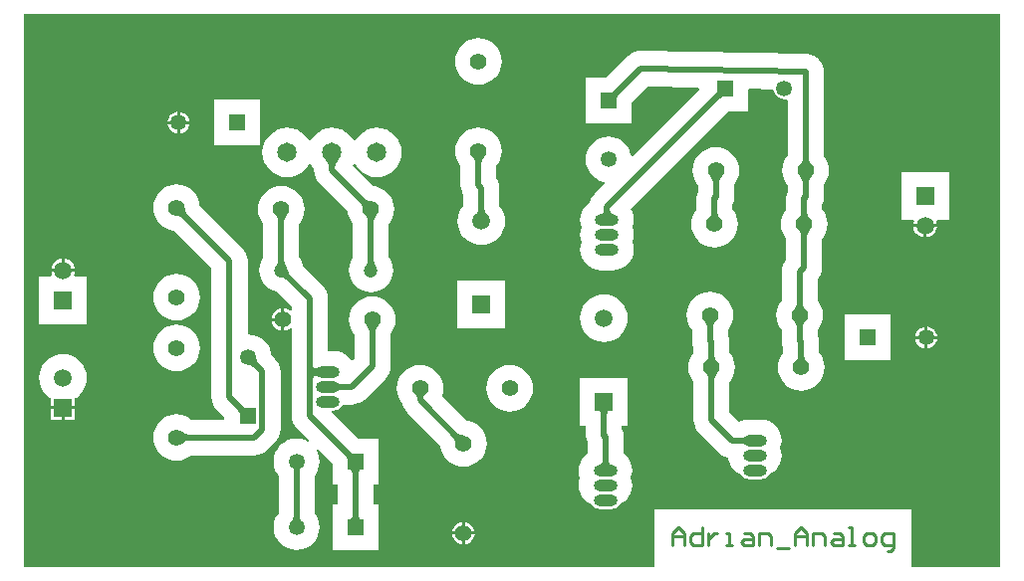
<source format=gtl>
G04 Layer_Physical_Order=1*
G04 Layer_Color=255*
%FSLAX25Y25*%
%MOIN*%
G70*
G01*
G75*
%ADD10C,0.02000*%
%ADD11C,0.01000*%
%ADD12C,0.05512*%
%ADD13O,0.07874X0.03937*%
%ADD14O,0.07874X0.03937*%
%ADD15C,0.05906*%
%ADD16R,0.05906X0.05906*%
%ADD17R,0.05315X0.05315*%
%ADD18C,0.05315*%
%ADD19R,0.05315X0.05315*%
%ADD20C,0.04724*%
%ADD21C,0.06500*%
G36*
X431952Y105547D02*
X402476D01*
Y124998D01*
X316500D01*
Y105547D01*
X105547D01*
Y290952D01*
X431952D01*
Y105547D01*
D02*
G37*
%LPC*%
G36*
X257500Y282793D02*
X255980Y282644D01*
X254518Y282200D01*
X253170Y281480D01*
X251989Y280511D01*
X251020Y279330D01*
X250300Y277982D01*
X249856Y276520D01*
X249707Y275000D01*
X249856Y273480D01*
X250300Y272018D01*
X251020Y270670D01*
X251989Y269489D01*
X253170Y268520D01*
X254518Y267800D01*
X255980Y267356D01*
X257500Y267207D01*
X259020Y267356D01*
X260482Y267800D01*
X261830Y268520D01*
X263011Y269489D01*
X263980Y270670D01*
X264700Y272018D01*
X265144Y273480D01*
X265293Y275000D01*
X265144Y276520D01*
X264700Y277982D01*
X263980Y279330D01*
X263011Y280511D01*
X261830Y281480D01*
X260482Y282200D01*
X259020Y282644D01*
X257500Y282793D01*
D02*
G37*
G36*
X157657Y258123D02*
Y255000D01*
X160781D01*
X160721Y255455D01*
X160352Y256345D01*
X159766Y257109D01*
X159002Y257695D01*
X158112Y258063D01*
X157657Y258123D01*
D02*
G37*
G36*
X156657D02*
X156203Y258063D01*
X155313Y257695D01*
X154549Y257109D01*
X153963Y256345D01*
X153594Y255455D01*
X153534Y255000D01*
X156657D01*
Y258123D01*
D02*
G37*
G36*
X160781Y254000D02*
X157657D01*
Y250877D01*
X158112Y250937D01*
X159002Y251305D01*
X159766Y251891D01*
X160352Y252656D01*
X160721Y253545D01*
X160781Y254000D01*
D02*
G37*
G36*
X156657D02*
X153534D01*
X153594Y253545D01*
X153963Y252656D01*
X154549Y251891D01*
X155313Y251305D01*
X156203Y250937D01*
X156657Y250877D01*
Y254000D01*
D02*
G37*
G36*
X223500Y252790D02*
X221883Y252631D01*
X220328Y252159D01*
X218894Y251393D01*
X217638Y250362D01*
X216607Y249106D01*
X216250Y248437D01*
X215750D01*
X215393Y249106D01*
X214362Y250362D01*
X213106Y251393D01*
X211672Y252159D01*
X210117Y252631D01*
X208500Y252790D01*
X206883Y252631D01*
X205328Y252159D01*
X203894Y251393D01*
X202638Y250362D01*
X201607Y249106D01*
X201250Y248437D01*
X200750D01*
X200393Y249106D01*
X199362Y250362D01*
X198106Y251393D01*
X196672Y252159D01*
X195117Y252631D01*
X193500Y252790D01*
X191883Y252631D01*
X190328Y252159D01*
X188894Y251393D01*
X187638Y250362D01*
X186607Y249106D01*
X185841Y247672D01*
X185369Y246117D01*
X185210Y244500D01*
X185369Y242883D01*
X185841Y241328D01*
X186607Y239894D01*
X187638Y238638D01*
X188894Y237607D01*
X190328Y236841D01*
X191883Y236369D01*
X193500Y236210D01*
X195117Y236369D01*
X196672Y236841D01*
X198106Y237607D01*
X199362Y238638D01*
X200393Y239894D01*
X200750Y240563D01*
X201250D01*
X201607Y239894D01*
X202471Y238842D01*
Y238500D01*
X202587Y237324D01*
X202930Y236193D01*
X203487Y235151D01*
X204237Y234237D01*
X213787Y224687D01*
X213856Y223980D01*
X214300Y222518D01*
X215020Y221170D01*
X215471Y220621D01*
Y209259D01*
X215349Y209110D01*
X214665Y207831D01*
X214244Y206443D01*
X214102Y205000D01*
X214244Y203557D01*
X214665Y202169D01*
X215349Y200890D01*
X216269Y199769D01*
X217390Y198849D01*
X218669Y198165D01*
X220057Y197744D01*
X221500Y197602D01*
X222943Y197744D01*
X224331Y198165D01*
X225610Y198849D01*
X226731Y199769D01*
X227651Y200890D01*
X228335Y202169D01*
X228756Y203557D01*
X228898Y205000D01*
X228756Y206443D01*
X228335Y207831D01*
X227651Y209110D01*
X227529Y209259D01*
Y220621D01*
X227980Y221170D01*
X228700Y222518D01*
X229144Y223980D01*
X229293Y225500D01*
X229144Y227020D01*
X228700Y228482D01*
X227980Y229830D01*
X227011Y231011D01*
X225830Y231980D01*
X224482Y232700D01*
X223020Y233144D01*
X222313Y233213D01*
X215476Y240050D01*
X215750Y240563D01*
X216250D01*
X216607Y239894D01*
X217638Y238638D01*
X218894Y237607D01*
X220328Y236841D01*
X221883Y236369D01*
X223500Y236210D01*
X225117Y236369D01*
X226672Y236841D01*
X228106Y237607D01*
X229362Y238638D01*
X230393Y239894D01*
X231159Y241328D01*
X231631Y242883D01*
X231790Y244500D01*
X231631Y246117D01*
X231159Y247672D01*
X230393Y249106D01*
X229362Y250362D01*
X228106Y251393D01*
X226672Y252159D01*
X225117Y252631D01*
X223500Y252790D01*
D02*
G37*
G36*
X184500Y262158D02*
X169185D01*
Y246843D01*
X184500D01*
Y262158D01*
D02*
G37*
G36*
X414953Y237953D02*
X399047D01*
Y222047D01*
X403028D01*
X403363Y221547D01*
X403149Y221032D01*
X403079Y220500D01*
X407000D01*
Y220000D01*
D01*
Y220500D01*
X410921D01*
X410851Y221032D01*
X410638Y221547D01*
X410972Y222047D01*
X414953D01*
Y237953D01*
D02*
G37*
G36*
X410921Y219500D02*
X407500D01*
Y216079D01*
X408032Y216149D01*
X408993Y216547D01*
X409819Y217181D01*
X410453Y218007D01*
X410851Y218968D01*
X410921Y219500D01*
D02*
G37*
G36*
X406500D02*
X403079D01*
X403149Y218968D01*
X403547Y218007D01*
X404181Y217181D01*
X405007Y216547D01*
X405968Y216149D01*
X406500Y216079D01*
Y219500D01*
D02*
G37*
G36*
X257500Y252793D02*
X255980Y252644D01*
X254518Y252200D01*
X253170Y251480D01*
X251989Y250511D01*
X251020Y249330D01*
X250300Y247982D01*
X249856Y246520D01*
X249707Y245000D01*
X249856Y243480D01*
X250300Y242018D01*
X251020Y240670D01*
X251471Y240121D01*
Y233700D01*
X251587Y232524D01*
X251930Y231393D01*
X252471Y230381D01*
Y226666D01*
X251855Y225916D01*
X251117Y224535D01*
X250662Y223035D01*
X250509Y221476D01*
X250662Y219917D01*
X251117Y218418D01*
X251855Y217037D01*
X252849Y215826D01*
X254060Y214832D01*
X255442Y214093D01*
X256941Y213639D01*
X258500Y213485D01*
X260059Y213639D01*
X261558Y214093D01*
X262940Y214832D01*
X264151Y215826D01*
X265144Y217037D01*
X265883Y218418D01*
X266338Y219917D01*
X266491Y221476D01*
X266338Y223035D01*
X265883Y224535D01*
X265144Y225916D01*
X264529Y226666D01*
Y232700D01*
X264413Y233876D01*
X264070Y235007D01*
X263529Y236019D01*
Y240121D01*
X263980Y240670D01*
X264700Y242018D01*
X265144Y243480D01*
X265293Y245000D01*
X265144Y246520D01*
X264700Y247982D01*
X263980Y249330D01*
X263011Y250511D01*
X261830Y251480D01*
X260482Y252200D01*
X259020Y252644D01*
X257500Y252793D01*
D02*
G37*
G36*
X337000Y246293D02*
X335480Y246144D01*
X334018Y245700D01*
X332670Y244980D01*
X331489Y244011D01*
X330520Y242830D01*
X329800Y241482D01*
X329356Y240020D01*
X329207Y238500D01*
X329356Y236980D01*
X329800Y235518D01*
X330520Y234170D01*
X330971Y233621D01*
Y231584D01*
X330930Y231507D01*
X330587Y230376D01*
X330471Y229200D01*
Y225379D01*
X330020Y224830D01*
X329300Y223482D01*
X328856Y222020D01*
X328707Y220500D01*
X328856Y218980D01*
X329300Y217518D01*
X330020Y216170D01*
X330989Y214989D01*
X332170Y214020D01*
X333518Y213300D01*
X334980Y212856D01*
X336500Y212707D01*
X338020Y212856D01*
X339482Y213300D01*
X340830Y214020D01*
X342011Y214989D01*
X342980Y216170D01*
X343700Y217518D01*
X344144Y218980D01*
X344293Y220500D01*
X344144Y222020D01*
X343700Y223482D01*
X342980Y224830D01*
X342529Y225379D01*
Y227316D01*
X342570Y227393D01*
X342913Y228524D01*
X343029Y229700D01*
X343029Y229700D01*
Y233621D01*
X343480Y234170D01*
X344200Y235518D01*
X344644Y236980D01*
X344793Y238500D01*
X344644Y240020D01*
X344200Y241482D01*
X343480Y242830D01*
X342511Y244011D01*
X341330Y244980D01*
X339982Y245700D01*
X338520Y246144D01*
X337000Y246293D01*
D02*
G37*
G36*
X119000Y208921D02*
Y205500D01*
X122421D01*
X122351Y206032D01*
X121953Y206993D01*
X121319Y207819D01*
X120493Y208453D01*
X119532Y208851D01*
X119000Y208921D01*
D02*
G37*
G36*
X118000D02*
X117468Y208851D01*
X116507Y208453D01*
X115681Y207819D01*
X115047Y206993D01*
X114649Y206032D01*
X114579Y205500D01*
X118000D01*
Y208921D01*
D02*
G37*
G36*
X191500Y233293D02*
X189980Y233144D01*
X188518Y232700D01*
X187170Y231980D01*
X185989Y231011D01*
X185020Y229830D01*
X184300Y228482D01*
X183856Y227020D01*
X183707Y225500D01*
X183856Y223980D01*
X184300Y222518D01*
X185020Y221170D01*
X185471Y220621D01*
Y209259D01*
X185349Y209110D01*
X184665Y207831D01*
X184244Y206443D01*
X184102Y205000D01*
X184244Y203557D01*
X184665Y202169D01*
X185349Y200890D01*
X186269Y199769D01*
X187390Y198849D01*
X188669Y198165D01*
X190057Y197744D01*
X190248Y197725D01*
X194971Y193003D01*
Y191585D01*
X194471Y191338D01*
X193894Y191781D01*
X192981Y192159D01*
X192500Y192222D01*
Y188500D01*
Y184777D01*
X192981Y184841D01*
X193894Y185219D01*
X194471Y185662D01*
X194971Y185415D01*
Y171343D01*
X194967Y171325D01*
X194971Y171270D01*
Y170730D01*
X194967Y170675D01*
X194971Y170657D01*
Y156343D01*
X195087Y155166D01*
X195430Y154035D01*
X195987Y152993D01*
X196737Y152079D01*
X200759Y148057D01*
X200458Y147651D01*
X199602Y148109D01*
X198159Y148547D01*
X196657Y148695D01*
X195156Y148547D01*
X193713Y148109D01*
X192383Y147398D01*
X191217Y146441D01*
X190260Y145275D01*
X189549Y143945D01*
X189111Y142501D01*
X188963Y141000D01*
X189111Y139499D01*
X189549Y138055D01*
X190260Y136725D01*
X190628Y136276D01*
Y123724D01*
X190260Y123275D01*
X189549Y121945D01*
X189111Y120501D01*
X188963Y119000D01*
X189111Y117499D01*
X189549Y116055D01*
X190260Y114725D01*
X191217Y113559D01*
X192383Y112602D01*
X193713Y111891D01*
X195156Y111453D01*
X196657Y111305D01*
X198159Y111453D01*
X199602Y111891D01*
X200932Y112602D01*
X202098Y113559D01*
X203055Y114725D01*
X203766Y116055D01*
X204204Y117499D01*
X204352Y119000D01*
X204204Y120501D01*
X203766Y121945D01*
X203055Y123275D01*
X202686Y123724D01*
Y136276D01*
X203055Y136725D01*
X203766Y138055D01*
X204204Y139499D01*
X204352Y141000D01*
X204204Y142501D01*
X203766Y143945D01*
X203309Y144800D01*
X203715Y145101D01*
X208552Y140265D01*
X208589Y140212D01*
X208685Y140109D01*
Y133343D01*
X210314D01*
Y126657D01*
X208685D01*
Y111343D01*
X224000D01*
Y126657D01*
X222372D01*
Y133343D01*
X224000D01*
Y148658D01*
X217231D01*
X217201Y148687D01*
X217128Y148741D01*
X208325Y157544D01*
X208516Y158006D01*
X208968D01*
X209743Y158108D01*
X210466Y158407D01*
X211086Y158883D01*
X211561Y159503D01*
X211562Y159505D01*
X211648Y159531D01*
X212472Y159971D01*
X215000D01*
X216176Y160087D01*
X217307Y160430D01*
X218350Y160987D01*
X219263Y161737D01*
X226263Y168737D01*
X226263Y168737D01*
X227013Y169650D01*
X227570Y170693D01*
X227913Y171824D01*
X228029Y173000D01*
Y183621D01*
X228480Y184170D01*
X229200Y185518D01*
X229644Y186980D01*
X229793Y188500D01*
X229644Y190020D01*
X229200Y191482D01*
X228480Y192830D01*
X227511Y194011D01*
X226330Y194980D01*
X224982Y195700D01*
X223520Y196144D01*
X222000Y196293D01*
X220480Y196144D01*
X219018Y195700D01*
X217670Y194980D01*
X216489Y194011D01*
X215520Y192830D01*
X214800Y191482D01*
X214356Y190020D01*
X214207Y188500D01*
X214356Y186980D01*
X214800Y185518D01*
X215520Y184170D01*
X215971Y183621D01*
Y175497D01*
X215287Y174813D01*
X215082Y174844D01*
X214730Y174964D01*
X213920Y175951D01*
X212859Y176822D01*
X211648Y177469D01*
X210335Y177868D01*
X208968Y178002D01*
X207029D01*
Y195500D01*
X206913Y196676D01*
X206570Y197807D01*
X206013Y198849D01*
X205263Y199763D01*
X198775Y206252D01*
X198756Y206443D01*
X198335Y207831D01*
X197651Y209110D01*
X197529Y209259D01*
Y220621D01*
X197980Y221170D01*
X198700Y222518D01*
X199144Y223980D01*
X199293Y225500D01*
X199144Y227020D01*
X198700Y228482D01*
X197980Y229830D01*
X197011Y231011D01*
X195830Y231980D01*
X194482Y232700D01*
X193020Y233144D01*
X191500Y233293D01*
D02*
G37*
G36*
Y192222D02*
X191019Y192159D01*
X190106Y191781D01*
X189321Y191179D01*
X188719Y190394D01*
X188341Y189480D01*
X188277Y189000D01*
X191500D01*
Y192222D01*
D02*
G37*
G36*
X156500Y203793D02*
X154980Y203644D01*
X153518Y203200D01*
X152170Y202480D01*
X150989Y201511D01*
X150020Y200330D01*
X149300Y198982D01*
X148856Y197520D01*
X148707Y196000D01*
X148856Y194480D01*
X149300Y193018D01*
X150020Y191670D01*
X150989Y190489D01*
X152170Y189520D01*
X153518Y188800D01*
X154980Y188356D01*
X156500Y188207D01*
X158020Y188356D01*
X159482Y188800D01*
X160830Y189520D01*
X162011Y190489D01*
X162980Y191670D01*
X163700Y193018D01*
X164144Y194480D01*
X164293Y196000D01*
X164144Y197520D01*
X163700Y198982D01*
X162980Y200330D01*
X162011Y201511D01*
X160830Y202480D01*
X159482Y203200D01*
X158020Y203644D01*
X156500Y203793D01*
D02*
G37*
G36*
X122421Y204500D02*
X118500D01*
X114579D01*
X114649Y203968D01*
X114863Y203453D01*
X114528Y202953D01*
X110547D01*
Y187047D01*
X126453D01*
Y202953D01*
X122472D01*
X122137Y203453D01*
X122351Y203968D01*
X122421Y204500D01*
D02*
G37*
G36*
X266453Y201476D02*
X250547D01*
Y185571D01*
X266453D01*
Y201476D01*
D02*
G37*
G36*
X191500Y188000D02*
X188277D01*
X188341Y187520D01*
X188719Y186606D01*
X189321Y185821D01*
X190106Y185219D01*
X191019Y184841D01*
X191500Y184777D01*
Y188000D01*
D02*
G37*
G36*
X407843Y186123D02*
Y183000D01*
X410966D01*
X410906Y183455D01*
X410537Y184344D01*
X409951Y185108D01*
X409187Y185695D01*
X408297Y186063D01*
X407843Y186123D01*
D02*
G37*
G36*
X406843D02*
X406388Y186063D01*
X405498Y185695D01*
X404734Y185108D01*
X404148Y184344D01*
X403779Y183455D01*
X403719Y183000D01*
X406843D01*
Y186123D01*
D02*
G37*
G36*
X299500Y196968D02*
X297941Y196814D01*
X296442Y196359D01*
X295060Y195621D01*
X293849Y194627D01*
X292856Y193416D01*
X292117Y192034D01*
X291662Y190535D01*
X291509Y188976D01*
X291662Y187417D01*
X292117Y185918D01*
X292856Y184537D01*
X293849Y183326D01*
X295060Y182332D01*
X296442Y181594D01*
X297941Y181139D01*
X299500Y180985D01*
X301059Y181139D01*
X302558Y181594D01*
X303940Y182332D01*
X305151Y183326D01*
X306144Y184537D01*
X306883Y185918D01*
X307338Y187417D01*
X307491Y188976D01*
X307338Y190535D01*
X306883Y192034D01*
X306144Y193416D01*
X305151Y194627D01*
X303940Y195621D01*
X302558Y196359D01*
X301059Y196814D01*
X299500Y196968D01*
D02*
G37*
G36*
X410966Y182000D02*
X407843D01*
Y178877D01*
X408297Y178937D01*
X409187Y179305D01*
X409951Y179892D01*
X410537Y180656D01*
X410906Y181545D01*
X410966Y182000D01*
D02*
G37*
G36*
X406843D02*
X403719D01*
X403779Y181545D01*
X404148Y180656D01*
X404734Y179892D01*
X405498Y179305D01*
X406388Y178937D01*
X406843Y178877D01*
Y182000D01*
D02*
G37*
G36*
X395315Y190157D02*
X380000D01*
Y174843D01*
X395315D01*
Y190157D01*
D02*
G37*
G36*
X156500Y186793D02*
X154980Y186644D01*
X153518Y186200D01*
X152170Y185480D01*
X150989Y184511D01*
X150020Y183330D01*
X149300Y181982D01*
X148856Y180520D01*
X148707Y179000D01*
X148856Y177480D01*
X149300Y176018D01*
X150020Y174670D01*
X150989Y173489D01*
X152170Y172520D01*
X153518Y171800D01*
X154980Y171356D01*
X156500Y171207D01*
X158020Y171356D01*
X159482Y171800D01*
X160830Y172520D01*
X162011Y173489D01*
X162980Y174670D01*
X163700Y176018D01*
X164144Y177480D01*
X164293Y179000D01*
X164144Y180520D01*
X163700Y181982D01*
X162980Y183330D01*
X162011Y184511D01*
X160830Y185480D01*
X159482Y186200D01*
X158020Y186644D01*
X156500Y186793D01*
D02*
G37*
G36*
X311757Y278629D02*
X311228Y278577D01*
X310699Y278535D01*
X310641Y278519D01*
X310581Y278513D01*
X310073Y278359D01*
X309561Y278215D01*
X309508Y278188D01*
X309450Y278170D01*
X308982Y277920D01*
X308508Y277679D01*
X308461Y277641D01*
X308408Y277613D01*
X307997Y277276D01*
X307580Y276947D01*
X307541Y276901D01*
X307494Y276863D01*
X300265Y269634D01*
X300212Y269596D01*
X300109Y269500D01*
X293342D01*
Y254185D01*
X308658D01*
Y260954D01*
X308687Y260984D01*
X308741Y261057D01*
X314205Y266521D01*
X331164Y266183D01*
X331351Y265720D01*
X309027Y243396D01*
X308556Y243564D01*
X308547Y243658D01*
X308109Y245102D01*
X307398Y246432D01*
X306441Y247598D01*
X305275Y248555D01*
X303945Y249266D01*
X302501Y249704D01*
X301000Y249852D01*
X299499Y249704D01*
X298055Y249266D01*
X296725Y248555D01*
X295559Y247598D01*
X294602Y246432D01*
X293891Y245102D01*
X293453Y243658D01*
X293305Y242157D01*
X293453Y240656D01*
X293891Y239213D01*
X294602Y237882D01*
X295559Y236717D01*
X296725Y235760D01*
X298055Y235049D01*
X299499Y234611D01*
X299593Y234601D01*
X299762Y234131D01*
X296237Y230606D01*
X295487Y229692D01*
X294930Y228650D01*
X294686Y227846D01*
X294641Y227822D01*
X293580Y226951D01*
X292709Y225890D01*
X292062Y224680D01*
X291664Y223366D01*
X291529Y222000D01*
X291664Y220634D01*
X292008Y219500D01*
X291664Y218366D01*
X291529Y217000D01*
X291664Y215634D01*
X292008Y214500D01*
X291664Y213366D01*
X291529Y212000D01*
X291664Y210634D01*
X292062Y209320D01*
X292709Y208110D01*
X293580Y207049D01*
X294641Y206178D01*
X295852Y205531D01*
X297165Y205132D01*
X298532Y204998D01*
X302468D01*
X303835Y205132D01*
X305148Y205531D01*
X306359Y206178D01*
X307420Y207049D01*
X308291Y208110D01*
X308938Y209320D01*
X309336Y210634D01*
X309471Y212000D01*
X309336Y213366D01*
X308992Y214500D01*
X309336Y215634D01*
X309471Y217000D01*
X309336Y218366D01*
X308992Y219500D01*
X309336Y220634D01*
X309471Y222000D01*
X309336Y223366D01*
X308938Y224680D01*
X308389Y225706D01*
X340892Y258208D01*
X340944Y258245D01*
X341049Y258343D01*
X347815D01*
Y265495D01*
X348172Y265845D01*
X356195Y265685D01*
X356279Y265045D01*
X356648Y264156D01*
X357234Y263391D01*
X357998Y262805D01*
X358888Y262437D01*
X359843Y262311D01*
X360471Y262394D01*
X360971Y262003D01*
Y243379D01*
X360520Y242830D01*
X359800Y241482D01*
X359356Y240020D01*
X359207Y238500D01*
X359356Y236980D01*
X359800Y235518D01*
X360520Y234170D01*
X360971Y233621D01*
Y231584D01*
X360930Y231507D01*
X360587Y230376D01*
X360471Y229200D01*
Y225379D01*
X360020Y224830D01*
X359300Y223482D01*
X358856Y222020D01*
X358707Y220500D01*
X358856Y218980D01*
X359300Y217518D01*
X360020Y216170D01*
X360471Y215621D01*
Y208439D01*
X359987Y207850D01*
X359430Y206807D01*
X359087Y205676D01*
X358971Y204500D01*
Y194879D01*
X358520Y194330D01*
X357800Y192982D01*
X357356Y191520D01*
X357207Y190000D01*
X357356Y188480D01*
X357800Y187018D01*
X358520Y185670D01*
X358971Y185121D01*
Y181500D01*
X359087Y180324D01*
X359430Y179193D01*
X359471Y179116D01*
Y177379D01*
X359020Y176830D01*
X358300Y175482D01*
X357856Y174020D01*
X357707Y172500D01*
X357856Y170980D01*
X358300Y169518D01*
X359020Y168170D01*
X359989Y166989D01*
X361170Y166020D01*
X362518Y165300D01*
X363980Y164856D01*
X365500Y164707D01*
X367020Y164856D01*
X368482Y165300D01*
X369830Y166020D01*
X371011Y166989D01*
X371980Y168170D01*
X372700Y169518D01*
X373144Y170980D01*
X373293Y172500D01*
X373144Y174020D01*
X372700Y175482D01*
X371980Y176830D01*
X371529Y177379D01*
Y181000D01*
X371529Y181000D01*
X371413Y182176D01*
X371070Y183307D01*
X371029Y183384D01*
Y185121D01*
X371480Y185670D01*
X372200Y187018D01*
X372644Y188480D01*
X372793Y190000D01*
X372644Y191520D01*
X372200Y192982D01*
X371480Y194330D01*
X371029Y194879D01*
Y202061D01*
X371513Y202650D01*
X372070Y203693D01*
X372413Y204824D01*
X372529Y206000D01*
Y215621D01*
X372980Y216170D01*
X373700Y217518D01*
X374144Y218980D01*
X374293Y220500D01*
X374144Y222020D01*
X373700Y223482D01*
X372980Y224830D01*
X372529Y225379D01*
Y227316D01*
X372570Y227393D01*
X372913Y228524D01*
X373029Y229700D01*
X373029Y229700D01*
Y233621D01*
X373480Y234170D01*
X374200Y235518D01*
X374644Y236980D01*
X374793Y238500D01*
X374644Y240020D01*
X374200Y241482D01*
X373480Y242830D01*
X373029Y243379D01*
Y271500D01*
X372977Y272029D01*
X372935Y272558D01*
X372919Y272616D01*
X372913Y272676D01*
X372759Y273185D01*
X372615Y273696D01*
X372588Y273750D01*
X372570Y273807D01*
X372320Y274276D01*
X372079Y274749D01*
X372041Y274796D01*
X372013Y274850D01*
X371676Y275260D01*
X371347Y275677D01*
X371301Y275717D01*
X371263Y275763D01*
X370852Y276100D01*
X370449Y276445D01*
X370396Y276475D01*
X370350Y276513D01*
X369881Y276764D01*
X369418Y277023D01*
X369360Y277042D01*
X369307Y277070D01*
X368799Y277224D01*
X368294Y277389D01*
X368234Y277396D01*
X368176Y277413D01*
X367648Y277465D01*
X367120Y277528D01*
X311877Y278628D01*
X311817Y278623D01*
X311757Y278629D01*
D02*
G37*
G36*
X118500Y176991D02*
X116941Y176838D01*
X115442Y176383D01*
X114060Y175645D01*
X112849Y174651D01*
X111855Y173440D01*
X111117Y172058D01*
X110662Y170559D01*
X110509Y169000D01*
X110662Y167441D01*
X111117Y165942D01*
X111855Y164560D01*
X112849Y163349D01*
X114060Y162355D01*
X114547Y162095D01*
Y159500D01*
X118500D01*
X122453D01*
Y162095D01*
X122940Y162355D01*
X124151Y163349D01*
X125145Y164560D01*
X125883Y165942D01*
X126338Y167441D01*
X126491Y169000D01*
X126338Y170559D01*
X125883Y172058D01*
X125145Y173440D01*
X124151Y174651D01*
X122940Y175645D01*
X121558Y176383D01*
X120059Y176838D01*
X118500Y176991D01*
D02*
G37*
G36*
X268000Y173293D02*
X266480Y173144D01*
X265018Y172700D01*
X263670Y171980D01*
X262489Y171011D01*
X261520Y169830D01*
X260800Y168482D01*
X260356Y167020D01*
X260207Y165500D01*
X260356Y163980D01*
X260800Y162518D01*
X261520Y161170D01*
X262489Y159989D01*
X263670Y159020D01*
X265018Y158300D01*
X266480Y157856D01*
X268000Y157707D01*
X269520Y157856D01*
X270982Y158300D01*
X272330Y159020D01*
X273511Y159989D01*
X274480Y161170D01*
X275200Y162518D01*
X275644Y163980D01*
X275793Y165500D01*
X275644Y167020D01*
X275200Y168482D01*
X274480Y169830D01*
X273511Y171011D01*
X272330Y171980D01*
X270982Y172700D01*
X269520Y173144D01*
X268000Y173293D01*
D02*
G37*
G36*
X122453Y158500D02*
X119000D01*
Y155047D01*
X122453D01*
Y158500D01*
D02*
G37*
G36*
X118000D02*
X114547D01*
Y155047D01*
X118000D01*
Y158500D01*
D02*
G37*
G36*
X156500Y233793D02*
X154980Y233644D01*
X153518Y233200D01*
X152170Y232480D01*
X150989Y231511D01*
X150020Y230330D01*
X149300Y228982D01*
X148856Y227520D01*
X148707Y226000D01*
X148856Y224480D01*
X149300Y223018D01*
X150020Y221670D01*
X150989Y220489D01*
X152170Y219520D01*
X153518Y218800D01*
X154980Y218356D01*
X155687Y218287D01*
X168171Y205803D01*
Y162457D01*
X168287Y161281D01*
X168630Y160150D01*
X169187Y159108D01*
X169937Y158194D01*
X172523Y155608D01*
X172449Y155093D01*
X172380Y155029D01*
X161379D01*
X160830Y155480D01*
X159482Y156200D01*
X158020Y156644D01*
X156500Y156793D01*
X154980Y156644D01*
X153518Y156200D01*
X152170Y155480D01*
X150989Y154511D01*
X150020Y153330D01*
X149300Y151982D01*
X148856Y150520D01*
X148707Y149000D01*
X148856Y147480D01*
X149300Y146018D01*
X150020Y144670D01*
X150989Y143489D01*
X152170Y142520D01*
X153518Y141800D01*
X154980Y141356D01*
X156500Y141207D01*
X158020Y141356D01*
X159482Y141800D01*
X160830Y142520D01*
X161379Y142971D01*
X182500D01*
X183676Y143087D01*
X184807Y143430D01*
X185849Y143987D01*
X186763Y144737D01*
X189463Y147437D01*
X190213Y148351D01*
X190770Y149393D01*
X191113Y150524D01*
X191229Y151700D01*
X191229Y151700D01*
Y171143D01*
X191113Y172319D01*
X190770Y173450D01*
X190213Y174492D01*
X189463Y175406D01*
X188104Y176765D01*
X188047Y177344D01*
X187609Y178787D01*
X186898Y180117D01*
X185941Y181283D01*
X184775Y182240D01*
X183445Y182951D01*
X182001Y183389D01*
X180500Y183537D01*
X180229Y183783D01*
Y208300D01*
X180113Y209476D01*
X179770Y210607D01*
X179213Y211649D01*
X178463Y212563D01*
X164213Y226813D01*
X164144Y227520D01*
X163700Y228982D01*
X162980Y230330D01*
X162011Y231511D01*
X160830Y232480D01*
X159482Y233200D01*
X158020Y233644D01*
X156500Y233793D01*
D02*
G37*
G36*
X238000Y173293D02*
X236480Y173144D01*
X235018Y172700D01*
X233670Y171980D01*
X232489Y171011D01*
X231520Y169830D01*
X230800Y168482D01*
X230356Y167020D01*
X230207Y165500D01*
X230356Y163980D01*
X230800Y162518D01*
X231520Y161170D01*
X232069Y160501D01*
X232087Y160324D01*
X232430Y159193D01*
X232987Y158150D01*
X233737Y157237D01*
X244787Y146187D01*
X244856Y145480D01*
X245300Y144018D01*
X246020Y142670D01*
X246989Y141489D01*
X248170Y140520D01*
X249518Y139800D01*
X250980Y139356D01*
X252500Y139207D01*
X254020Y139356D01*
X255482Y139800D01*
X256830Y140520D01*
X258011Y141489D01*
X258980Y142670D01*
X259700Y144018D01*
X260144Y145480D01*
X260293Y147000D01*
X260144Y148520D01*
X259700Y149982D01*
X258980Y151330D01*
X258011Y152511D01*
X256830Y153480D01*
X255482Y154200D01*
X254020Y154644D01*
X253313Y154713D01*
X245272Y162754D01*
X245644Y163980D01*
X245793Y165500D01*
X245644Y167020D01*
X245200Y168482D01*
X244480Y169830D01*
X243511Y171011D01*
X242330Y171980D01*
X240982Y172700D01*
X239520Y173144D01*
X238000Y173293D01*
D02*
G37*
G36*
X335000Y197793D02*
X333480Y197644D01*
X332018Y197200D01*
X330670Y196480D01*
X329489Y195511D01*
X328520Y194330D01*
X327800Y192982D01*
X327356Y191520D01*
X327207Y190000D01*
X327356Y188480D01*
X327800Y187018D01*
X328520Y185670D01*
X328971Y185121D01*
Y181500D01*
X329087Y180324D01*
X329430Y179193D01*
X329471Y179116D01*
Y177379D01*
X329020Y176830D01*
X328300Y175482D01*
X327856Y174020D01*
X327707Y172500D01*
X327856Y170980D01*
X328300Y169518D01*
X329020Y168170D01*
X329471Y167621D01*
Y155000D01*
X329587Y153824D01*
X329930Y152693D01*
X330487Y151651D01*
X331237Y150737D01*
X338237Y143737D01*
X338237Y143737D01*
X339151Y142987D01*
X340193Y142430D01*
X341113Y142151D01*
X341164Y141634D01*
X341562Y140320D01*
X342209Y139110D01*
X343080Y138049D01*
X344141Y137178D01*
X345352Y136531D01*
X345438Y136505D01*
X345439Y136503D01*
X345914Y135883D01*
X346534Y135407D01*
X347257Y135108D01*
X348031Y135006D01*
X351969D01*
X352743Y135108D01*
X353466Y135407D01*
X354086Y135883D01*
X354561Y136503D01*
X354562Y136505D01*
X354648Y136531D01*
X355859Y137178D01*
X356920Y138049D01*
X357791Y139110D01*
X358438Y140320D01*
X358836Y141634D01*
X358971Y143000D01*
X358836Y144366D01*
X358492Y145500D01*
X358836Y146634D01*
X358971Y148000D01*
X358836Y149366D01*
X358438Y150680D01*
X357791Y151890D01*
X356920Y152951D01*
X355859Y153822D01*
X354648Y154469D01*
X353335Y154868D01*
X351969Y155002D01*
X348031D01*
X346665Y154868D01*
X345352Y154469D01*
X344834Y154192D01*
X341529Y157497D01*
Y167621D01*
X341980Y168170D01*
X342700Y169518D01*
X343144Y170980D01*
X343293Y172500D01*
X343144Y174020D01*
X342700Y175482D01*
X341980Y176830D01*
X341529Y177379D01*
Y181000D01*
X341529Y181000D01*
X341413Y182176D01*
X341070Y183307D01*
X341029Y183384D01*
Y185121D01*
X341480Y185670D01*
X342200Y187018D01*
X342644Y188480D01*
X342793Y190000D01*
X342644Y191520D01*
X342200Y192982D01*
X341480Y194330D01*
X340511Y195511D01*
X339330Y196480D01*
X337982Y197200D01*
X336520Y197644D01*
X335000Y197793D01*
D02*
G37*
G36*
X307453Y168976D02*
X291547D01*
Y153071D01*
X293471D01*
Y149700D01*
X293587Y148524D01*
X293930Y147393D01*
X293971Y147316D01*
Y143682D01*
X293080Y142951D01*
X292209Y141890D01*
X291562Y140680D01*
X291164Y139366D01*
X291029Y138000D01*
X291164Y136634D01*
X291508Y135500D01*
X291164Y134366D01*
X291029Y133000D01*
X291164Y131634D01*
X291562Y130320D01*
X292209Y129110D01*
X293080Y128049D01*
X294141Y127178D01*
X295352Y126531D01*
X295438Y126505D01*
X295439Y126503D01*
X295914Y125883D01*
X296534Y125407D01*
X297257Y125108D01*
X298031Y125006D01*
X301969D01*
X302743Y125108D01*
X303466Y125407D01*
X304086Y125883D01*
X304561Y126503D01*
X304562Y126505D01*
X304648Y126531D01*
X305859Y127178D01*
X306920Y128049D01*
X307791Y129110D01*
X308438Y130320D01*
X308836Y131634D01*
X308971Y133000D01*
X308836Y134366D01*
X308492Y135500D01*
X308836Y136634D01*
X308971Y138000D01*
X308836Y139366D01*
X308438Y140680D01*
X307791Y141890D01*
X306920Y142951D01*
X306029Y143682D01*
Y149200D01*
X306029Y149200D01*
X305913Y150376D01*
X305570Y151507D01*
X305529Y151584D01*
Y153071D01*
X307453D01*
Y168976D01*
D02*
G37*
G36*
X253000Y120722D02*
Y117500D01*
X256223D01*
X256159Y117981D01*
X255781Y118894D01*
X255179Y119679D01*
X254394Y120281D01*
X253481Y120659D01*
X253000Y120722D01*
D02*
G37*
G36*
X252000D02*
X251519Y120659D01*
X250606Y120281D01*
X249821Y119679D01*
X249219Y118894D01*
X248841Y117981D01*
X248778Y117500D01*
X252000D01*
Y120722D01*
D02*
G37*
G36*
X256223Y116500D02*
X253000D01*
Y113277D01*
X253481Y113341D01*
X254394Y113719D01*
X255179Y114321D01*
X255781Y115106D01*
X256159Y116019D01*
X256223Y116500D01*
D02*
G37*
G36*
X252000D02*
X248778D01*
X248841Y116019D01*
X249219Y115106D01*
X249821Y114321D01*
X250606Y113719D01*
X251519Y113341D01*
X252000Y113277D01*
Y116500D01*
D02*
G37*
%LPD*%
G36*
X210533Y241927D02*
X210316Y241670D01*
X210125Y241409D01*
X209959Y241144D01*
X209819Y240874D01*
X209704Y240599D01*
X209615Y240321D01*
X209551Y240037D01*
X209513Y239750D01*
X209500Y239458D01*
X207500D01*
X207487Y239750D01*
X207449Y240037D01*
X207385Y240321D01*
X207296Y240599D01*
X207181Y240874D01*
X207041Y241144D01*
X206875Y241409D01*
X206684Y241670D01*
X206467Y241927D01*
X206225Y242179D01*
X210775D01*
X210533Y241927D01*
D02*
G37*
G36*
X219415Y229012D02*
X219616Y228851D01*
X219823Y228709D01*
X220038Y228587D01*
X220259Y228483D01*
X220488Y228399D01*
X220724Y228335D01*
X220966Y228289D01*
X221216Y228263D01*
X221472Y228256D01*
X218744Y225528D01*
X218737Y225784D01*
X218711Y226034D01*
X218665Y226276D01*
X218601Y226512D01*
X218517Y226741D01*
X218413Y226962D01*
X218291Y227177D01*
X218149Y227384D01*
X217988Y227585D01*
X217808Y227778D01*
X219222Y229192D01*
X219415Y229012D01*
D02*
G37*
G36*
X223253Y223345D02*
X223095Y223150D01*
X222955Y222947D01*
X222834Y222734D01*
X222732Y222513D01*
X222649Y222284D01*
X222584Y222045D01*
X222537Y221798D01*
X222509Y221543D01*
X222500Y221278D01*
X220500D01*
X220491Y221543D01*
X220463Y221798D01*
X220416Y222045D01*
X220351Y222284D01*
X220268Y222513D01*
X220165Y222734D01*
X220045Y222947D01*
X219905Y223150D01*
X219747Y223345D01*
X219571Y223532D01*
X223429D01*
X223253Y223345D01*
D02*
G37*
G36*
X222506Y208317D02*
X222526Y208089D01*
X222559Y207873D01*
X222605Y207668D01*
X222663Y207475D01*
X222735Y207294D01*
X222820Y207124D01*
X222918Y206967D01*
X223029Y206821D01*
X223153Y206687D01*
X219847D01*
X219971Y206821D01*
X220082Y206967D01*
X220180Y207124D01*
X220265Y207294D01*
X220337Y207475D01*
X220395Y207668D01*
X220441Y207873D01*
X220474Y208089D01*
X220494Y208317D01*
X220500Y208557D01*
X222500D01*
X222506Y208317D01*
D02*
G37*
G36*
X259253Y242845D02*
X259095Y242650D01*
X258955Y242447D01*
X258835Y242234D01*
X258732Y242013D01*
X258649Y241783D01*
X258584Y241545D01*
X258537Y241298D01*
X258509Y241043D01*
X258500Y240778D01*
X256500D01*
X256491Y241043D01*
X256463Y241298D01*
X256416Y241545D01*
X256351Y241783D01*
X256268Y242013D01*
X256166Y242234D01*
X256045Y242447D01*
X255905Y242650D01*
X255747Y242845D01*
X255571Y243032D01*
X259429D01*
X259253Y242845D01*
D02*
G37*
G36*
X259511Y225751D02*
X259543Y225482D01*
X259596Y225220D01*
X259671Y224966D01*
X259767Y224718D01*
X259884Y224478D01*
X260023Y224244D01*
X260183Y224017D01*
X260364Y223798D01*
X260567Y223585D01*
X256433D01*
X256636Y223798D01*
X256817Y224017D01*
X256977Y224244D01*
X257116Y224478D01*
X257233Y224718D01*
X257329Y224966D01*
X257404Y225220D01*
X257457Y225482D01*
X257489Y225751D01*
X257500Y226026D01*
X259500D01*
X259511Y225751D01*
D02*
G37*
G36*
X338753Y236345D02*
X338595Y236150D01*
X338455Y235947D01*
X338334Y235734D01*
X338232Y235513D01*
X338149Y235283D01*
X338084Y235045D01*
X338037Y234798D01*
X338009Y234543D01*
X338000Y234278D01*
X336000D01*
X335991Y234543D01*
X335963Y234798D01*
X335916Y235045D01*
X335851Y235283D01*
X335768Y235513D01*
X335665Y235734D01*
X335545Y235947D01*
X335405Y236150D01*
X335247Y236345D01*
X335071Y236532D01*
X338929D01*
X338753Y236345D01*
D02*
G37*
G36*
X337509Y224457D02*
X337537Y224202D01*
X337584Y223955D01*
X337649Y223716D01*
X337732Y223487D01*
X337835Y223266D01*
X337955Y223053D01*
X338095Y222850D01*
X338253Y222655D01*
X338429Y222468D01*
X334571D01*
X334747Y222655D01*
X334905Y222850D01*
X335045Y223053D01*
X335166Y223266D01*
X335268Y223487D01*
X335351Y223716D01*
X335416Y223955D01*
X335463Y224202D01*
X335491Y224457D01*
X335500Y224722D01*
X337500D01*
X337509Y224457D01*
D02*
G37*
G36*
X193253Y223345D02*
X193095Y223150D01*
X192955Y222947D01*
X192834Y222734D01*
X192732Y222513D01*
X192649Y222284D01*
X192584Y222045D01*
X192537Y221798D01*
X192509Y221543D01*
X192500Y221278D01*
X190500D01*
X190491Y221543D01*
X190463Y221798D01*
X190416Y222045D01*
X190351Y222284D01*
X190268Y222513D01*
X190165Y222734D01*
X190045Y222947D01*
X189905Y223150D01*
X189747Y223345D01*
X189571Y223532D01*
X193429D01*
X193253Y223345D01*
D02*
G37*
G36*
X192507Y208317D02*
X192526Y208089D01*
X192559Y207873D01*
X192605Y207668D01*
X192663Y207475D01*
X192735Y207294D01*
X192820Y207124D01*
X192918Y206967D01*
X193029Y206821D01*
X193154Y206687D01*
X189847D01*
X189971Y206821D01*
X190082Y206967D01*
X190180Y207124D01*
X190265Y207294D01*
X190337Y207475D01*
X190395Y207668D01*
X190441Y207873D01*
X190474Y208089D01*
X190494Y208317D01*
X190500Y208557D01*
X192500D01*
X192507Y208317D01*
D02*
G37*
G36*
X193869Y204794D02*
X193894Y204612D01*
X193936Y204431D01*
X193995Y204252D01*
X194073Y204073D01*
X194167Y203895D01*
X194280Y203717D01*
X194410Y203541D01*
X194557Y203366D01*
X194723Y203192D01*
X193308Y201777D01*
X193134Y201943D01*
X192959Y202090D01*
X192782Y202220D01*
X192605Y202332D01*
X192427Y202427D01*
X192248Y202505D01*
X192069Y202564D01*
X191888Y202606D01*
X191706Y202631D01*
X191524Y202638D01*
X193862Y204976D01*
X193869Y204794D01*
D02*
G37*
G36*
X223753Y186345D02*
X223595Y186150D01*
X223455Y185947D01*
X223335Y185734D01*
X223232Y185513D01*
X223149Y185284D01*
X223084Y185045D01*
X223037Y184798D01*
X223009Y184543D01*
X223000Y184278D01*
X221000D01*
X220991Y184543D01*
X220963Y184798D01*
X220916Y185045D01*
X220851Y185284D01*
X220768Y185513D01*
X220666Y185734D01*
X220545Y185947D01*
X220405Y186150D01*
X220247Y186345D01*
X220071Y186532D01*
X223929D01*
X223753Y186345D01*
D02*
G37*
G36*
X202020Y173620D02*
X202080Y173280D01*
X202180Y172980D01*
X202320Y172720D01*
X202500Y172500D01*
X202720Y172320D01*
X202957Y172193D01*
X203167Y172255D01*
X203413Y172347D01*
X203641Y172454D01*
X203851Y172574D01*
X204045Y172709D01*
Y169291D01*
X203851Y169426D01*
X203641Y169546D01*
X203413Y169653D01*
X203167Y169745D01*
X202957Y169807D01*
X202720Y169680D01*
X202500Y169500D01*
X202320Y169280D01*
X202180Y169020D01*
X202080Y168720D01*
X202020Y168380D01*
X202000Y168000D01*
X200000Y171000D01*
X202000Y174000D01*
X202020Y173620D01*
D02*
G37*
G36*
X214108Y144662D02*
X214845Y144038D01*
X215171Y143810D01*
X215468Y143640D01*
X215737Y143525D01*
X215977Y143467D01*
X216188Y143466D01*
X216371Y143521D01*
X216526Y143633D01*
X213709Y140817D01*
X213821Y140972D01*
X213876Y141155D01*
X213875Y141366D01*
X213818Y141606D01*
X213703Y141875D01*
X213532Y142172D01*
X213305Y142498D01*
X213021Y142852D01*
X212283Y143646D01*
X213697Y145060D01*
X214108Y144662D01*
D02*
G37*
G36*
X218153Y138335D02*
X217983Y138275D01*
X217833Y138174D01*
X217703Y138034D01*
X217593Y137855D01*
X217503Y137635D01*
X217433Y137374D01*
X217383Y137074D01*
X217353Y136734D01*
X217343Y136354D01*
X215343D01*
X215333Y136734D01*
X215303Y137074D01*
X215253Y137374D01*
X215183Y137635D01*
X215093Y137855D01*
X214983Y138034D01*
X214853Y138174D01*
X214703Y138275D01*
X214533Y138335D01*
X214343Y138355D01*
X218343D01*
X218153Y138335D01*
D02*
G37*
G36*
X217353Y123263D02*
X217383Y122921D01*
X217433Y122619D01*
X217503Y122358D01*
X217593Y122136D01*
X217703Y121955D01*
X217833Y121815D01*
X217983Y121714D01*
X218153Y121654D01*
X218343Y121634D01*
X214343D01*
X214533Y121654D01*
X214703Y121714D01*
X214853Y121815D01*
X214983Y121955D01*
X215093Y122136D01*
X215183Y122358D01*
X215253Y122619D01*
X215303Y122921D01*
X215333Y123263D01*
X215343Y123645D01*
X217343D01*
X217353Y123263D01*
D02*
G37*
G36*
X197666Y122798D02*
X197692Y122549D01*
X197735Y122310D01*
X197795Y122080D01*
X197872Y121859D01*
X197967Y121648D01*
X198079Y121446D01*
X198208Y121254D01*
X198354Y121071D01*
X198518Y120898D01*
X194797D01*
X194961Y121071D01*
X195107Y121254D01*
X195236Y121446D01*
X195348Y121648D01*
X195442Y121859D01*
X195520Y122080D01*
X195580Y122310D01*
X195623Y122549D01*
X195649Y122798D01*
X195657Y123057D01*
X197657D01*
X197666Y122798D01*
D02*
G37*
G36*
X305060Y264488D02*
X304662Y264077D01*
X304038Y263340D01*
X303810Y263014D01*
X303640Y262717D01*
X303525Y262449D01*
X303467Y262209D01*
X303466Y261997D01*
X303521Y261814D01*
X303633Y261660D01*
X300817Y264476D01*
X300972Y264364D01*
X301154Y264309D01*
X301366Y264310D01*
X301606Y264368D01*
X301875Y264482D01*
X302172Y264653D01*
X302497Y264880D01*
X302852Y265164D01*
X303645Y265902D01*
X305060Y264488D01*
D02*
G37*
G36*
X340340Y263354D02*
X340185Y263468D01*
X340001Y263524D01*
X339789D01*
X339548Y263468D01*
X339280Y263354D01*
X338983Y263185D01*
X338657Y262959D01*
X338304Y262676D01*
X337512Y261940D01*
X336098Y263354D01*
X336494Y263765D01*
X337116Y264500D01*
X337342Y264825D01*
X337512Y265122D01*
X337625Y265391D01*
X337682Y265631D01*
Y265844D01*
X337625Y266027D01*
X337512Y266183D01*
X340340Y263354D01*
D02*
G37*
G36*
X368009Y242457D02*
X368037Y242202D01*
X368084Y241955D01*
X368149Y241717D01*
X368232Y241487D01*
X368335Y241266D01*
X368455Y241053D01*
X368595Y240850D01*
X368753Y240655D01*
X368929Y240468D01*
X365071D01*
X365247Y240655D01*
X365405Y240850D01*
X365545Y241053D01*
X365666Y241266D01*
X365768Y241487D01*
X365851Y241717D01*
X365916Y241955D01*
X365963Y242202D01*
X365991Y242457D01*
X366000Y242722D01*
X368000D01*
X368009Y242457D01*
D02*
G37*
G36*
X368753Y236345D02*
X368595Y236150D01*
X368455Y235947D01*
X368335Y235734D01*
X368232Y235513D01*
X368149Y235283D01*
X368084Y235045D01*
X368037Y234798D01*
X368009Y234543D01*
X368000Y234278D01*
X366000D01*
X365991Y234543D01*
X365963Y234798D01*
X365916Y235045D01*
X365851Y235283D01*
X365768Y235513D01*
X365666Y235734D01*
X365545Y235947D01*
X365405Y236150D01*
X365247Y236345D01*
X365071Y236532D01*
X368929D01*
X368753Y236345D01*
D02*
G37*
G36*
X301510Y225590D02*
X301540Y225248D01*
X301590Y224945D01*
X301660Y224683D01*
X301750Y224461D01*
X301859Y224280D01*
X301989Y224139D01*
X302139Y224038D01*
X302309Y223977D01*
X302498Y223957D01*
X298502D01*
X298691Y223977D01*
X298861Y224038D01*
X299011Y224139D01*
X299141Y224280D01*
X299250Y224461D01*
X299340Y224683D01*
X299410Y224945D01*
X299460Y225248D01*
X299490Y225590D01*
X299500Y225973D01*
X301500D01*
X301510Y225590D01*
D02*
G37*
G36*
X367509Y224457D02*
X367537Y224202D01*
X367584Y223955D01*
X367649Y223716D01*
X367732Y223487D01*
X367834Y223266D01*
X367955Y223053D01*
X368095Y222850D01*
X368253Y222655D01*
X368429Y222468D01*
X364571D01*
X364747Y222655D01*
X364905Y222850D01*
X365045Y223053D01*
X365165Y223266D01*
X365268Y223487D01*
X365351Y223716D01*
X365416Y223955D01*
X365463Y224202D01*
X365491Y224457D01*
X365500Y224722D01*
X367500D01*
X367509Y224457D01*
D02*
G37*
G36*
X368253Y218345D02*
X368095Y218150D01*
X367955Y217947D01*
X367834Y217734D01*
X367732Y217513D01*
X367649Y217284D01*
X367584Y217045D01*
X367537Y216798D01*
X367509Y216543D01*
X367500Y216278D01*
X365500D01*
X365491Y216543D01*
X365463Y216798D01*
X365416Y217045D01*
X365351Y217284D01*
X365268Y217513D01*
X365165Y217734D01*
X365045Y217947D01*
X364905Y218150D01*
X364747Y218345D01*
X364571Y218532D01*
X368429D01*
X368253Y218345D01*
D02*
G37*
G36*
X366009Y193957D02*
X366037Y193702D01*
X366084Y193455D01*
X366149Y193217D01*
X366232Y192987D01*
X366335Y192766D01*
X366455Y192553D01*
X366595Y192350D01*
X366753Y192155D01*
X366929Y191968D01*
X363071D01*
X363247Y192155D01*
X363405Y192350D01*
X363545Y192553D01*
X363666Y192766D01*
X363768Y192987D01*
X363851Y193217D01*
X363916Y193455D01*
X363963Y193702D01*
X363991Y193957D01*
X364000Y194222D01*
X366000D01*
X366009Y193957D01*
D02*
G37*
G36*
X366753Y187845D02*
X366595Y187650D01*
X366455Y187447D01*
X366335Y187234D01*
X366232Y187013D01*
X366149Y186784D01*
X366084Y186545D01*
X366037Y186298D01*
X366009Y186043D01*
X366000Y185778D01*
X364000D01*
X363991Y186043D01*
X363963Y186298D01*
X363916Y186545D01*
X363851Y186784D01*
X363768Y187013D01*
X363666Y187234D01*
X363545Y187447D01*
X363405Y187650D01*
X363247Y187845D01*
X363071Y188032D01*
X366929D01*
X366753Y187845D01*
D02*
G37*
G36*
X366509Y176457D02*
X366537Y176202D01*
X366584Y175955D01*
X366649Y175716D01*
X366732Y175487D01*
X366834Y175266D01*
X366955Y175053D01*
X367095Y174850D01*
X367253Y174655D01*
X367429Y174468D01*
X363571D01*
X363747Y174655D01*
X363905Y174850D01*
X364045Y175053D01*
X364165Y175266D01*
X364268Y175487D01*
X364351Y175716D01*
X364416Y175955D01*
X364463Y176202D01*
X364491Y176457D01*
X364500Y176722D01*
X366500D01*
X366509Y176457D01*
D02*
G37*
G36*
X159263Y225716D02*
X159289Y225466D01*
X159335Y225223D01*
X159399Y224988D01*
X159483Y224759D01*
X159587Y224538D01*
X159709Y224323D01*
X159851Y224116D01*
X160012Y223915D01*
X160192Y223722D01*
X158778Y222308D01*
X158585Y222488D01*
X158384Y222649D01*
X158177Y222791D01*
X157962Y222913D01*
X157741Y223017D01*
X157512Y223101D01*
X157276Y223165D01*
X157034Y223211D01*
X156784Y223237D01*
X156528Y223244D01*
X159256Y225972D01*
X159263Y225716D01*
D02*
G37*
G36*
X183164Y175578D02*
X183190Y175345D01*
X183235Y175118D01*
X183299Y174896D01*
X183381Y174680D01*
X183482Y174469D01*
X183602Y174264D01*
X183741Y174064D01*
X183899Y173870D01*
X184076Y173681D01*
X182661Y172267D01*
X182473Y172444D01*
X182278Y172601D01*
X182079Y172740D01*
X181873Y172861D01*
X181662Y172962D01*
X181446Y173044D01*
X181225Y173108D01*
X180997Y173152D01*
X180765Y173178D01*
X180527Y173185D01*
X183157Y175816D01*
X183164Y175578D01*
D02*
G37*
G36*
X178266Y159820D02*
X179002Y159195D01*
X179328Y158968D01*
X179625Y158797D01*
X179894Y158683D01*
X180134Y158625D01*
X180345Y158624D01*
X180528Y158679D01*
X180683Y158791D01*
X177866Y155974D01*
X177979Y156129D01*
X178034Y156312D01*
X178033Y156524D01*
X177975Y156764D01*
X177860Y157032D01*
X177690Y157329D01*
X177462Y157655D01*
X177178Y158009D01*
X176440Y158803D01*
X177855Y160217D01*
X178266Y159820D01*
D02*
G37*
G36*
X158655Y150753D02*
X158850Y150595D01*
X159053Y150455D01*
X159266Y150335D01*
X159487Y150232D01*
X159716Y150149D01*
X159955Y150084D01*
X160202Y150037D01*
X160457Y150009D01*
X160722Y150000D01*
Y148000D01*
X160457Y147991D01*
X160202Y147963D01*
X159955Y147916D01*
X159716Y147851D01*
X159487Y147768D01*
X159266Y147666D01*
X159053Y147545D01*
X158850Y147405D01*
X158655Y147247D01*
X158468Y147071D01*
Y150929D01*
X158655Y150753D01*
D02*
G37*
G36*
X239366Y163090D02*
X239289Y163002D01*
X239221Y162891D01*
X239162Y162758D01*
X239113Y162603D01*
X239072Y162426D01*
X239041Y162228D01*
X239018Y162007D01*
X239000Y161500D01*
X237000D01*
X236996Y161765D01*
X236959Y162228D01*
X236928Y162426D01*
X236887Y162603D01*
X236838Y162758D01*
X236779Y162891D01*
X236711Y163002D01*
X236634Y163090D01*
X236549Y163157D01*
X239451D01*
X239366Y163090D01*
D02*
G37*
G36*
X250415Y150512D02*
X250616Y150351D01*
X250823Y150209D01*
X251038Y150087D01*
X251259Y149983D01*
X251488Y149899D01*
X251724Y149835D01*
X251966Y149789D01*
X252216Y149763D01*
X252472Y149756D01*
X249744Y147028D01*
X249737Y147284D01*
X249711Y147534D01*
X249665Y147776D01*
X249601Y148012D01*
X249517Y148241D01*
X249413Y148462D01*
X249291Y148677D01*
X249149Y148884D01*
X248988Y149085D01*
X248808Y149278D01*
X250222Y150692D01*
X250415Y150512D01*
D02*
G37*
G36*
X336753Y187845D02*
X336595Y187650D01*
X336455Y187447D01*
X336334Y187234D01*
X336232Y187013D01*
X336149Y186784D01*
X336084Y186545D01*
X336037Y186298D01*
X336009Y186043D01*
X336000Y185778D01*
X334000D01*
X333991Y186043D01*
X333963Y186298D01*
X333916Y186545D01*
X333851Y186784D01*
X333768Y187013D01*
X333665Y187234D01*
X333545Y187447D01*
X333405Y187650D01*
X333247Y187845D01*
X333071Y188032D01*
X336929D01*
X336753Y187845D01*
D02*
G37*
G36*
X336509Y176457D02*
X336537Y176202D01*
X336584Y175955D01*
X336649Y175716D01*
X336732Y175487D01*
X336835Y175266D01*
X336955Y175053D01*
X337095Y174850D01*
X337253Y174655D01*
X337429Y174468D01*
X333571D01*
X333747Y174655D01*
X333905Y174850D01*
X334045Y175053D01*
X334166Y175266D01*
X334268Y175487D01*
X334351Y175716D01*
X334416Y175955D01*
X334463Y176202D01*
X334491Y176457D01*
X334500Y176722D01*
X336500D01*
X336509Y176457D01*
D02*
G37*
G36*
X337253Y170345D02*
X337095Y170150D01*
X336955Y169947D01*
X336835Y169734D01*
X336732Y169513D01*
X336649Y169283D01*
X336584Y169045D01*
X336537Y168798D01*
X336509Y168543D01*
X336500Y168278D01*
X334500D01*
X334491Y168543D01*
X334463Y168798D01*
X334416Y169045D01*
X334351Y169283D01*
X334268Y169513D01*
X334166Y169734D01*
X334045Y169947D01*
X333905Y170150D01*
X333747Y170345D01*
X333571Y170532D01*
X337429D01*
X337253Y170345D01*
D02*
G37*
G36*
X301310Y158063D02*
X301140Y158003D01*
X300990Y157903D01*
X300860Y157763D01*
X300750Y157583D01*
X300660Y157363D01*
X300590Y157103D01*
X300540Y156803D01*
X300510Y156463D01*
X300500Y156083D01*
X298500D01*
X298490Y156463D01*
X298460Y156803D01*
X298410Y157103D01*
X298340Y157363D01*
X298250Y157583D01*
X298140Y157763D01*
X298010Y157903D01*
X297860Y158003D01*
X297690Y158063D01*
X297500Y158083D01*
X301500D01*
X301310Y158063D01*
D02*
G37*
G36*
X301010Y141590D02*
X301040Y141248D01*
X301090Y140945D01*
X301160Y140683D01*
X301250Y140461D01*
X301359Y140280D01*
X301489Y140139D01*
X301639Y140038D01*
X301809Y139978D01*
X301998Y139957D01*
X298002D01*
X298191Y139978D01*
X298361Y140038D01*
X298511Y140139D01*
X298641Y140280D01*
X298750Y140461D01*
X298840Y140683D01*
X298910Y140945D01*
X298960Y141248D01*
X298990Y141590D01*
X299000Y141973D01*
X301000D01*
X301010Y141590D01*
D02*
G37*
D10*
X335500Y172500D02*
Y181000D01*
X335000Y181500D02*
X335500Y181000D01*
X335000Y181500D02*
Y190000D01*
X336500Y220500D02*
Y229200D01*
X337000Y229700D01*
Y238500D01*
X300000Y138000D02*
Y149200D01*
X299500Y149700D02*
X300000Y149200D01*
X299500Y149700D02*
Y161024D01*
X258500Y221476D02*
Y232700D01*
X257500Y233700D02*
X258500Y232700D01*
X257500Y233700D02*
Y245000D01*
X366500Y220500D02*
Y229200D01*
X367000Y229700D01*
Y238500D01*
X365000Y190000D02*
Y204500D01*
X366500Y206000D01*
Y220500D01*
X365500Y172500D02*
Y181000D01*
X365000Y181500D02*
X365500Y181000D01*
X365000Y181500D02*
Y190000D01*
X196657Y119000D02*
Y141000D01*
X221500Y205000D02*
Y225500D01*
X191500Y205000D02*
Y225500D01*
X216343Y119000D02*
Y141000D01*
X201000Y156343D02*
X216343Y141000D01*
X201000Y156343D02*
Y171000D01*
X207000D01*
X335500Y155000D02*
Y172500D01*
Y155000D02*
X342500Y148000D01*
X350000D01*
X156500Y149000D02*
X182500D01*
X185200Y151700D01*
Y171143D01*
X180500Y175843D02*
X185200Y171143D01*
X300500Y226343D02*
X340157Y266000D01*
X300500Y222000D02*
Y226343D01*
X301000Y261843D02*
X311757Y272600D01*
X367000Y271500D01*
Y238500D02*
Y271500D01*
X238000Y161500D02*
X252500Y147000D01*
X238000Y161500D02*
Y165500D01*
X208500Y238500D02*
X221500Y225500D01*
X208500Y238500D02*
Y244500D01*
X201000Y171000D02*
Y195500D01*
X191500Y205000D02*
X201000Y195500D01*
X156500Y226000D02*
X174200Y208300D01*
Y162457D02*
Y208300D01*
Y162457D02*
X180500Y156157D01*
X222000Y173000D02*
Y188500D01*
X215000Y166000D02*
X222000Y173000D01*
X207000Y166000D02*
X215000D01*
D11*
X322500Y113000D02*
Y116999D01*
X324499Y118998D01*
X326499Y116999D01*
Y113000D01*
Y115999D01*
X322500D01*
X332497Y118998D02*
Y113000D01*
X329498D01*
X328498Y114000D01*
Y115999D01*
X329498Y116999D01*
X332497D01*
X334496D02*
Y113000D01*
Y114999D01*
X335496Y115999D01*
X336495Y116999D01*
X337495D01*
X340494Y113000D02*
X342494D01*
X341494D01*
Y116999D01*
X340494D01*
X346492D02*
X348492D01*
X349491Y115999D01*
Y113000D01*
X346492D01*
X345493Y114000D01*
X346492Y114999D01*
X349491D01*
X351491Y113000D02*
Y116999D01*
X354490D01*
X355489Y115999D01*
Y113000D01*
X357489Y112000D02*
X361487D01*
X363487Y113000D02*
Y116999D01*
X365486Y118998D01*
X367485Y116999D01*
Y113000D01*
Y115999D01*
X363487D01*
X369485Y113000D02*
Y116999D01*
X372484D01*
X373483Y115999D01*
Y113000D01*
X376483Y116999D02*
X378482D01*
X379482Y115999D01*
Y113000D01*
X376483D01*
X375483Y114000D01*
X376483Y114999D01*
X379482D01*
X381481Y113000D02*
X383480D01*
X382481D01*
Y118998D01*
X381481D01*
X387479Y113000D02*
X389478D01*
X390478Y114000D01*
Y115999D01*
X389478Y116999D01*
X387479D01*
X386479Y115999D01*
Y114000D01*
X387479Y113000D01*
X394477Y111001D02*
X395476D01*
X396476Y112000D01*
Y116999D01*
X393477D01*
X392477Y115999D01*
Y114000D01*
X393477Y113000D01*
X396476D01*
D12*
X192000Y188500D02*
D03*
X222000D02*
D03*
X252500Y117000D02*
D03*
Y147000D02*
D03*
X156500Y179000D02*
D03*
Y149000D02*
D03*
X268000Y165500D02*
D03*
X238000D02*
D03*
X156500Y196000D02*
D03*
Y226000D02*
D03*
X365000Y190000D02*
D03*
X335000D02*
D03*
X365500Y172500D02*
D03*
X335500D02*
D03*
X366500Y220500D02*
D03*
X336500D02*
D03*
X367000Y238500D02*
D03*
X337000D02*
D03*
X257500Y245000D02*
D03*
Y275000D02*
D03*
X221500Y225500D02*
D03*
X191500D02*
D03*
D13*
X207000Y161000D02*
D03*
Y171000D02*
D03*
X300000Y128000D02*
D03*
Y138000D02*
D03*
X350000Y148000D02*
D03*
Y138000D02*
D03*
X300500Y212000D02*
D03*
Y222000D02*
D03*
D14*
X207000Y166000D02*
D03*
X300000Y133000D02*
D03*
X350000Y143000D02*
D03*
X300500Y217000D02*
D03*
D15*
X118500Y169000D02*
D03*
X299500Y188976D02*
D03*
X407000Y220000D02*
D03*
X258500Y221476D02*
D03*
X118500Y205000D02*
D03*
D16*
Y159000D02*
D03*
X299500Y161024D02*
D03*
X407000Y230000D02*
D03*
X258500Y193524D02*
D03*
X118500Y195000D02*
D03*
D17*
X180500Y156157D02*
D03*
X301000Y261843D02*
D03*
D18*
X180500Y175843D02*
D03*
X196657Y119000D02*
D03*
Y141000D02*
D03*
X301000Y242157D02*
D03*
X359843Y266000D02*
D03*
X407343Y182500D02*
D03*
X157157Y254500D02*
D03*
D19*
X216343Y119000D02*
D03*
Y141000D02*
D03*
X340157Y266000D02*
D03*
X387657Y182500D02*
D03*
X176843Y254500D02*
D03*
D20*
X191500Y205000D02*
D03*
X221500D02*
D03*
D21*
X193500Y244500D02*
D03*
X223500D02*
D03*
X208500D02*
D03*
M02*

</source>
